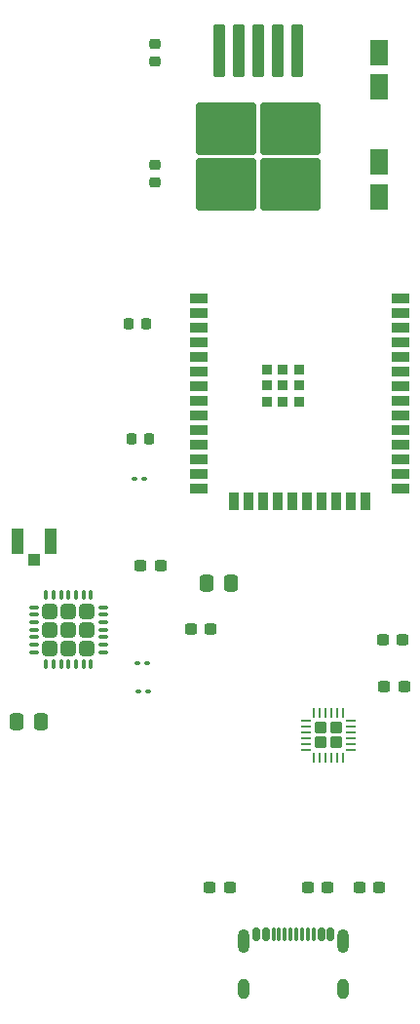
<source format=gbr>
%TF.GenerationSoftware,KiCad,Pcbnew,8.0.4*%
%TF.CreationDate,2025-07-24T11:12:47+05:30*%
%TF.ProjectId,SIH Smart Irrigation System,53494820-536d-4617-9274-204972726967,rev?*%
%TF.SameCoordinates,Original*%
%TF.FileFunction,Paste,Top*%
%TF.FilePolarity,Positive*%
%FSLAX46Y46*%
G04 Gerber Fmt 4.6, Leading zero omitted, Abs format (unit mm)*
G04 Created by KiCad (PCBNEW 8.0.4) date 2025-07-24 11:12:47*
%MOMM*%
%LPD*%
G01*
G04 APERTURE LIST*
G04 Aperture macros list*
%AMRoundRect*
0 Rectangle with rounded corners*
0 $1 Rounding radius*
0 $2 $3 $4 $5 $6 $7 $8 $9 X,Y pos of 4 corners*
0 Add a 4 corners polygon primitive as box body*
4,1,4,$2,$3,$4,$5,$6,$7,$8,$9,$2,$3,0*
0 Add four circle primitives for the rounded corners*
1,1,$1+$1,$2,$3*
1,1,$1+$1,$4,$5*
1,1,$1+$1,$6,$7*
1,1,$1+$1,$8,$9*
0 Add four rect primitives between the rounded corners*
20,1,$1+$1,$2,$3,$4,$5,0*
20,1,$1+$1,$4,$5,$6,$7,0*
20,1,$1+$1,$6,$7,$8,$9,0*
20,1,$1+$1,$8,$9,$2,$3,0*%
G04 Aperture macros list end*
%ADD10RoundRect,0.249999X-0.395001X-0.395001X0.395001X-0.395001X0.395001X0.395001X-0.395001X0.395001X0*%
%ADD11RoundRect,0.075000X-0.312500X-0.075000X0.312500X-0.075000X0.312500X0.075000X-0.312500X0.075000X0*%
%ADD12RoundRect,0.075000X-0.075000X-0.312500X0.075000X-0.312500X0.075000X0.312500X-0.075000X0.312500X0*%
%ADD13RoundRect,0.225000X-0.225000X-0.250000X0.225000X-0.250000X0.225000X0.250000X-0.225000X0.250000X0*%
%ADD14RoundRect,0.237500X-0.300000X-0.237500X0.300000X-0.237500X0.300000X0.237500X-0.300000X0.237500X0*%
%ADD15RoundRect,0.225000X-0.250000X0.225000X-0.250000X-0.225000X0.250000X-0.225000X0.250000X0.225000X0*%
%ADD16R,1.600000X2.200000*%
%ADD17RoundRect,0.250000X-0.337500X-0.475000X0.337500X-0.475000X0.337500X0.475000X-0.337500X0.475000X0*%
%ADD18RoundRect,0.250000X-0.300000X2.050000X-0.300000X-2.050000X0.300000X-2.050000X0.300000X2.050000X0*%
%ADD19RoundRect,0.250000X-2.375000X2.025000X-2.375000X-2.025000X2.375000X-2.025000X2.375000X2.025000X0*%
%ADD20RoundRect,0.090000X-0.139000X-0.090000X0.139000X-0.090000X0.139000X0.090000X-0.139000X0.090000X0*%
%ADD21RoundRect,0.150000X-0.150000X-0.425000X0.150000X-0.425000X0.150000X0.425000X-0.150000X0.425000X0*%
%ADD22RoundRect,0.075000X-0.075000X-0.500000X0.075000X-0.500000X0.075000X0.500000X-0.075000X0.500000X0*%
%ADD23O,1.000000X2.100000*%
%ADD24O,1.000000X1.800000*%
%ADD25RoundRect,0.250000X-0.275000X-0.275000X0.275000X-0.275000X0.275000X0.275000X-0.275000X0.275000X0*%
%ADD26RoundRect,0.062500X-0.350000X-0.062500X0.350000X-0.062500X0.350000X0.062500X-0.350000X0.062500X0*%
%ADD27RoundRect,0.062500X-0.062500X-0.350000X0.062500X-0.350000X0.062500X0.350000X-0.062500X0.350000X0*%
%ADD28R,1.100000X2.250000*%
%ADD29R,1.050000X1.100000*%
%ADD30R,1.500000X0.900000*%
%ADD31R,0.900000X1.500000*%
%ADD32R,0.900000X0.900000*%
G04 APERTURE END LIST*
D10*
%TO.C,U3*%
X138400000Y-105406000D03*
X138400000Y-107006000D03*
X138400000Y-108606000D03*
X140000000Y-105406000D03*
X140000000Y-107006000D03*
X140000000Y-108606000D03*
X141600000Y-105406000D03*
X141600000Y-107006000D03*
X141600000Y-108606000D03*
D11*
X137012500Y-105056000D03*
X137012500Y-105706000D03*
X137012500Y-106356000D03*
X137012500Y-107006000D03*
X137012500Y-107656000D03*
X137012500Y-108306000D03*
X137012500Y-108956000D03*
D12*
X138050000Y-109993500D03*
X138700000Y-109993500D03*
X139350000Y-109993500D03*
X140000000Y-109993500D03*
X140650000Y-109993500D03*
X141300000Y-109993500D03*
X141950000Y-109993500D03*
D11*
X142987500Y-108956000D03*
X142987500Y-108306000D03*
X142987500Y-107656000D03*
X142987500Y-107006000D03*
X142987500Y-106356000D03*
X142987500Y-105706000D03*
X142987500Y-105056000D03*
D12*
X141950000Y-104018500D03*
X141300000Y-104018500D03*
X140650000Y-104018500D03*
X140000000Y-104018500D03*
X139350000Y-104018500D03*
X138700000Y-104018500D03*
X138050000Y-104018500D03*
%TD*%
D13*
%TO.C,C12*%
X145225000Y-80406000D03*
X146775000Y-80406000D03*
%TD*%
D14*
%TO.C,C6*%
X150637500Y-106906000D03*
X152362500Y-106906000D03*
%TD*%
D13*
%TO.C,C10*%
X145450000Y-90406000D03*
X147000000Y-90406000D03*
%TD*%
D15*
%TO.C,C2*%
X147500000Y-56131000D03*
X147500000Y-57681000D03*
%TD*%
D16*
%TO.C,C4*%
X167000000Y-66406000D03*
X167000000Y-69406000D03*
%TD*%
D14*
%TO.C,C11*%
X152275000Y-129406000D03*
X154000000Y-129406000D03*
%TD*%
D16*
%TO.C,C1*%
X167000000Y-56906000D03*
X167000000Y-59906000D03*
%TD*%
D14*
%TO.C,R5*%
X167412500Y-111906000D03*
X169137500Y-111906000D03*
%TD*%
D17*
%TO.C,C5*%
X152000000Y-103006000D03*
X154075000Y-103006000D03*
%TD*%
%TO.C,C13*%
X135500000Y-115006000D03*
X137575000Y-115006000D03*
%TD*%
D18*
%TO.C,U4*%
X159900000Y-56756000D03*
X158200000Y-56756000D03*
X156500000Y-56756000D03*
D19*
X159275000Y-63481000D03*
X153725000Y-63481000D03*
X159275000Y-68331000D03*
X153725000Y-68331000D03*
D18*
X154800000Y-56756000D03*
X153100000Y-56756000D03*
%TD*%
D20*
%TO.C,C9*%
X145725000Y-93906000D03*
X146590000Y-93906000D03*
%TD*%
D21*
%TO.C,J2*%
X156345400Y-133464800D03*
X157145400Y-133464800D03*
D22*
X158295400Y-133464800D03*
X159295400Y-133464800D03*
X159795400Y-133464800D03*
X160795400Y-133464800D03*
D21*
X161945400Y-133464800D03*
X162745400Y-133464800D03*
X162745400Y-133464800D03*
X161945400Y-133464800D03*
D22*
X161295400Y-133464800D03*
X160295400Y-133464800D03*
X158795400Y-133464800D03*
X157795400Y-133464800D03*
D21*
X157145400Y-133464800D03*
X156345400Y-133464800D03*
D23*
X155225400Y-134039800D03*
D24*
X155225400Y-138219800D03*
D23*
X163865400Y-134039800D03*
D24*
X163865400Y-138219800D03*
%TD*%
D20*
%TO.C,C7*%
X146067500Y-112406000D03*
X146932500Y-112406000D03*
%TD*%
D14*
%TO.C,R3*%
X160775000Y-129406000D03*
X162500000Y-129406000D03*
%TD*%
D20*
%TO.C,C8*%
X146000000Y-109906000D03*
X146865000Y-109906000D03*
%TD*%
D14*
%TO.C,R4*%
X167275000Y-107906000D03*
X169000000Y-107906000D03*
%TD*%
D25*
%TO.C,U2*%
X161912500Y-115506000D03*
X161912500Y-116806000D03*
X163212500Y-115506000D03*
X163212500Y-116806000D03*
D26*
X160625000Y-114906000D03*
X160625000Y-115406000D03*
X160625000Y-115906000D03*
X160625000Y-116406000D03*
X160625000Y-116906000D03*
X160625000Y-117406000D03*
D27*
X161312500Y-118093500D03*
X161812500Y-118093500D03*
X162312500Y-118093500D03*
X162812500Y-118093500D03*
X163312500Y-118093500D03*
X163812500Y-118093500D03*
D26*
X164500000Y-117406000D03*
X164500000Y-116906000D03*
X164500000Y-116406000D03*
X164500000Y-115906000D03*
X164500000Y-115406000D03*
X164500000Y-114906000D03*
D27*
X163812500Y-114218500D03*
X163312500Y-114218500D03*
X162812500Y-114218500D03*
X162312500Y-114218500D03*
X161812500Y-114218500D03*
X161312500Y-114218500D03*
%TD*%
D28*
%TO.C,J5*%
X135525000Y-99356000D03*
X138475000Y-99356000D03*
D29*
X137000000Y-100906000D03*
%TD*%
D30*
%TO.C,U1*%
X151350000Y-78241000D03*
X151350000Y-79511000D03*
X151350000Y-80781000D03*
X151350000Y-82051000D03*
X151350000Y-83321000D03*
X151350000Y-84591000D03*
X151350000Y-85861000D03*
X151350000Y-87131000D03*
X151350000Y-88401000D03*
X151350000Y-89671000D03*
X151350000Y-90941000D03*
X151350000Y-92211000D03*
X151350000Y-93481000D03*
X151350000Y-94751000D03*
D31*
X154385000Y-95846000D03*
X155655000Y-95846000D03*
X156925000Y-95846000D03*
X158195000Y-95846000D03*
X159465000Y-95846000D03*
X160735000Y-95846000D03*
X162005000Y-95846000D03*
X163275000Y-95846000D03*
X164545000Y-95846000D03*
X165815000Y-95846000D03*
D30*
X168850000Y-94751000D03*
X168850000Y-93481000D03*
X168850000Y-92211000D03*
X168850000Y-90941000D03*
X168850000Y-89671000D03*
X168850000Y-88401000D03*
X168850000Y-87131000D03*
X168850000Y-85861000D03*
X168850000Y-84591000D03*
X168850000Y-83321000D03*
X168850000Y-82051000D03*
X168850000Y-80781000D03*
X168850000Y-79511000D03*
X168850000Y-78241000D03*
D32*
X157200000Y-84406000D03*
X157200000Y-85806000D03*
X157200000Y-87206000D03*
X158600000Y-84406000D03*
X158600000Y-85806000D03*
X158600000Y-87206000D03*
X160000000Y-84406000D03*
X160000000Y-85806000D03*
X160000000Y-87206000D03*
%TD*%
D14*
%TO.C,R2*%
X165275000Y-129406000D03*
X167000000Y-129406000D03*
%TD*%
%TO.C,R1*%
X146275000Y-101406000D03*
X148000000Y-101406000D03*
%TD*%
D15*
%TO.C,C3*%
X147500000Y-66631000D03*
X147500000Y-68181000D03*
%TD*%
M02*

</source>
